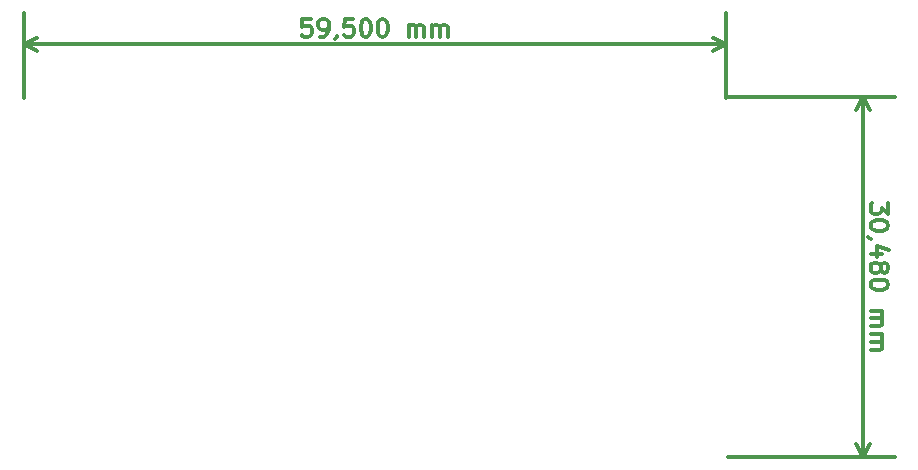
<source format=gbr>
G04 #@! TF.FileFunction,Drawing*
%FSLAX46Y46*%
G04 Gerber Fmt 4.6, Leading zero omitted, Abs format (unit mm)*
G04 Created by KiCad (PCBNEW 4.0.6) date 06/06/17 10:00:33*
%MOMM*%
%LPD*%
G01*
G04 APERTURE LIST*
%ADD10C,0.100000*%
%ADD11C,0.300000*%
G04 APERTURE END LIST*
D10*
D11*
X135571430Y-71828571D02*
X134857144Y-71828571D01*
X134785715Y-72542857D01*
X134857144Y-72471429D01*
X135000001Y-72400000D01*
X135357144Y-72400000D01*
X135500001Y-72471429D01*
X135571430Y-72542857D01*
X135642858Y-72685714D01*
X135642858Y-73042857D01*
X135571430Y-73185714D01*
X135500001Y-73257143D01*
X135357144Y-73328571D01*
X135000001Y-73328571D01*
X134857144Y-73257143D01*
X134785715Y-73185714D01*
X136357143Y-73328571D02*
X136642858Y-73328571D01*
X136785715Y-73257143D01*
X136857143Y-73185714D01*
X137000001Y-72971429D01*
X137071429Y-72685714D01*
X137071429Y-72114286D01*
X137000001Y-71971429D01*
X136928572Y-71900000D01*
X136785715Y-71828571D01*
X136500001Y-71828571D01*
X136357143Y-71900000D01*
X136285715Y-71971429D01*
X136214286Y-72114286D01*
X136214286Y-72471429D01*
X136285715Y-72614286D01*
X136357143Y-72685714D01*
X136500001Y-72757143D01*
X136785715Y-72757143D01*
X136928572Y-72685714D01*
X137000001Y-72614286D01*
X137071429Y-72471429D01*
X137785714Y-73257143D02*
X137785714Y-73328571D01*
X137714286Y-73471429D01*
X137642857Y-73542857D01*
X139142858Y-71828571D02*
X138428572Y-71828571D01*
X138357143Y-72542857D01*
X138428572Y-72471429D01*
X138571429Y-72400000D01*
X138928572Y-72400000D01*
X139071429Y-72471429D01*
X139142858Y-72542857D01*
X139214286Y-72685714D01*
X139214286Y-73042857D01*
X139142858Y-73185714D01*
X139071429Y-73257143D01*
X138928572Y-73328571D01*
X138571429Y-73328571D01*
X138428572Y-73257143D01*
X138357143Y-73185714D01*
X140142857Y-71828571D02*
X140285714Y-71828571D01*
X140428571Y-71900000D01*
X140500000Y-71971429D01*
X140571429Y-72114286D01*
X140642857Y-72400000D01*
X140642857Y-72757143D01*
X140571429Y-73042857D01*
X140500000Y-73185714D01*
X140428571Y-73257143D01*
X140285714Y-73328571D01*
X140142857Y-73328571D01*
X140000000Y-73257143D01*
X139928571Y-73185714D01*
X139857143Y-73042857D01*
X139785714Y-72757143D01*
X139785714Y-72400000D01*
X139857143Y-72114286D01*
X139928571Y-71971429D01*
X140000000Y-71900000D01*
X140142857Y-71828571D01*
X141571428Y-71828571D02*
X141714285Y-71828571D01*
X141857142Y-71900000D01*
X141928571Y-71971429D01*
X142000000Y-72114286D01*
X142071428Y-72400000D01*
X142071428Y-72757143D01*
X142000000Y-73042857D01*
X141928571Y-73185714D01*
X141857142Y-73257143D01*
X141714285Y-73328571D01*
X141571428Y-73328571D01*
X141428571Y-73257143D01*
X141357142Y-73185714D01*
X141285714Y-73042857D01*
X141214285Y-72757143D01*
X141214285Y-72400000D01*
X141285714Y-72114286D01*
X141357142Y-71971429D01*
X141428571Y-71900000D01*
X141571428Y-71828571D01*
X143857142Y-73328571D02*
X143857142Y-72328571D01*
X143857142Y-72471429D02*
X143928570Y-72400000D01*
X144071428Y-72328571D01*
X144285713Y-72328571D01*
X144428570Y-72400000D01*
X144499999Y-72542857D01*
X144499999Y-73328571D01*
X144499999Y-72542857D02*
X144571428Y-72400000D01*
X144714285Y-72328571D01*
X144928570Y-72328571D01*
X145071428Y-72400000D01*
X145142856Y-72542857D01*
X145142856Y-73328571D01*
X145857142Y-73328571D02*
X145857142Y-72328571D01*
X145857142Y-72471429D02*
X145928570Y-72400000D01*
X146071428Y-72328571D01*
X146285713Y-72328571D01*
X146428570Y-72400000D01*
X146499999Y-72542857D01*
X146499999Y-73328571D01*
X146499999Y-72542857D02*
X146571428Y-72400000D01*
X146714285Y-72328571D01*
X146928570Y-72328571D01*
X147071428Y-72400000D01*
X147142856Y-72542857D01*
X147142856Y-73328571D01*
X170750000Y-74000000D02*
X111250000Y-74000000D01*
X170750000Y-78500000D02*
X170750000Y-71300000D01*
X111250000Y-78500000D02*
X111250000Y-71300000D01*
X111250000Y-74000000D02*
X112376504Y-73413579D01*
X111250000Y-74000000D02*
X112376504Y-74586421D01*
X170750000Y-74000000D02*
X169623496Y-73413579D01*
X170750000Y-74000000D02*
X169623496Y-74586421D01*
X184461429Y-87404287D02*
X184461429Y-88332858D01*
X183890000Y-87832858D01*
X183890000Y-88047144D01*
X183818571Y-88190001D01*
X183747143Y-88261430D01*
X183604286Y-88332858D01*
X183247143Y-88332858D01*
X183104286Y-88261430D01*
X183032857Y-88190001D01*
X182961429Y-88047144D01*
X182961429Y-87618572D01*
X183032857Y-87475715D01*
X183104286Y-87404287D01*
X184461429Y-89261429D02*
X184461429Y-89404286D01*
X184390000Y-89547143D01*
X184318571Y-89618572D01*
X184175714Y-89690001D01*
X183890000Y-89761429D01*
X183532857Y-89761429D01*
X183247143Y-89690001D01*
X183104286Y-89618572D01*
X183032857Y-89547143D01*
X182961429Y-89404286D01*
X182961429Y-89261429D01*
X183032857Y-89118572D01*
X183104286Y-89047143D01*
X183247143Y-88975715D01*
X183532857Y-88904286D01*
X183890000Y-88904286D01*
X184175714Y-88975715D01*
X184318571Y-89047143D01*
X184390000Y-89118572D01*
X184461429Y-89261429D01*
X183032857Y-90475714D02*
X182961429Y-90475714D01*
X182818571Y-90404286D01*
X182747143Y-90332857D01*
X183961429Y-91761429D02*
X182961429Y-91761429D01*
X184532857Y-91404286D02*
X183461429Y-91047143D01*
X183461429Y-91975715D01*
X183818571Y-92761429D02*
X183890000Y-92618571D01*
X183961429Y-92547143D01*
X184104286Y-92475714D01*
X184175714Y-92475714D01*
X184318571Y-92547143D01*
X184390000Y-92618571D01*
X184461429Y-92761429D01*
X184461429Y-93047143D01*
X184390000Y-93190000D01*
X184318571Y-93261429D01*
X184175714Y-93332857D01*
X184104286Y-93332857D01*
X183961429Y-93261429D01*
X183890000Y-93190000D01*
X183818571Y-93047143D01*
X183818571Y-92761429D01*
X183747143Y-92618571D01*
X183675714Y-92547143D01*
X183532857Y-92475714D01*
X183247143Y-92475714D01*
X183104286Y-92547143D01*
X183032857Y-92618571D01*
X182961429Y-92761429D01*
X182961429Y-93047143D01*
X183032857Y-93190000D01*
X183104286Y-93261429D01*
X183247143Y-93332857D01*
X183532857Y-93332857D01*
X183675714Y-93261429D01*
X183747143Y-93190000D01*
X183818571Y-93047143D01*
X184461429Y-94261428D02*
X184461429Y-94404285D01*
X184390000Y-94547142D01*
X184318571Y-94618571D01*
X184175714Y-94690000D01*
X183890000Y-94761428D01*
X183532857Y-94761428D01*
X183247143Y-94690000D01*
X183104286Y-94618571D01*
X183032857Y-94547142D01*
X182961429Y-94404285D01*
X182961429Y-94261428D01*
X183032857Y-94118571D01*
X183104286Y-94047142D01*
X183247143Y-93975714D01*
X183532857Y-93904285D01*
X183890000Y-93904285D01*
X184175714Y-93975714D01*
X184318571Y-94047142D01*
X184390000Y-94118571D01*
X184461429Y-94261428D01*
X182961429Y-96547142D02*
X183961429Y-96547142D01*
X183818571Y-96547142D02*
X183890000Y-96618570D01*
X183961429Y-96761428D01*
X183961429Y-96975713D01*
X183890000Y-97118570D01*
X183747143Y-97189999D01*
X182961429Y-97189999D01*
X183747143Y-97189999D02*
X183890000Y-97261428D01*
X183961429Y-97404285D01*
X183961429Y-97618570D01*
X183890000Y-97761428D01*
X183747143Y-97832856D01*
X182961429Y-97832856D01*
X182961429Y-98547142D02*
X183961429Y-98547142D01*
X183818571Y-98547142D02*
X183890000Y-98618570D01*
X183961429Y-98761428D01*
X183961429Y-98975713D01*
X183890000Y-99118570D01*
X183747143Y-99189999D01*
X182961429Y-99189999D01*
X183747143Y-99189999D02*
X183890000Y-99261428D01*
X183961429Y-99404285D01*
X183961429Y-99618570D01*
X183890000Y-99761428D01*
X183747143Y-99832856D01*
X182961429Y-99832856D01*
X182290000Y-78450000D02*
X182290000Y-108930000D01*
X170860000Y-78450000D02*
X184990000Y-78450000D01*
X170860000Y-108930000D02*
X184990000Y-108930000D01*
X182290000Y-108930000D02*
X181703579Y-107803496D01*
X182290000Y-108930000D02*
X182876421Y-107803496D01*
X182290000Y-78450000D02*
X181703579Y-79576504D01*
X182290000Y-78450000D02*
X182876421Y-79576504D01*
M02*

</source>
